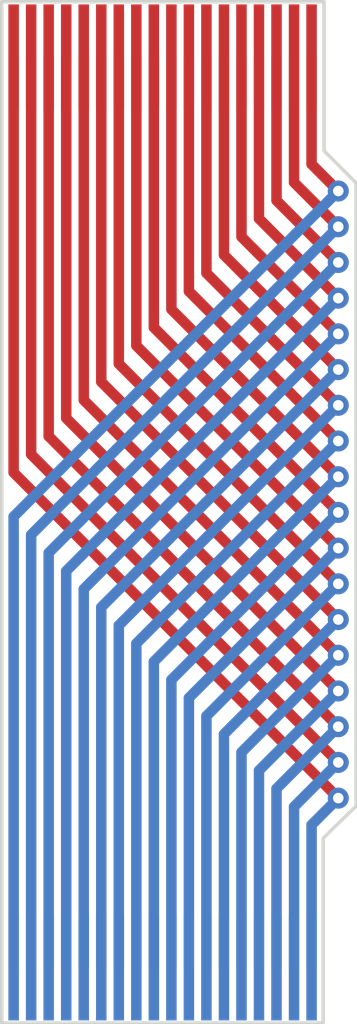
<source format=kicad_pcb>
(kicad_pcb (version 20240108) (generator "pcbnew") (generator_version "8.0")
  (layers (0 "F.Cu" signal) (31 "B.Cu" signal) (34 "B.Paste" user) (35 "F.Paste" user) (36 "B.SilkS" user "B.Silkscreen") (37 "F.SilkS" user "F.Silkscreen") (38 "B.Mask" user) (39 "F.Mask" user) (44 "Edge.Cuts" user))
  (net 0 "")
  (net 1 "GND")
  (net 2 "Net-(J1-Pin_2)")
  (net 3 "Net-(J1-Pin_13)")
  (net 4 "Net-(J1-Pin_10)")
  (net 5 "Net-(J1-Pin_17)")
  (net 6 "Net-(J1-Pin_12)")
  (net 7 "Net-(J1-Pin_16)")
  (net 8 "Net-(J1-Pin_9)")
  (net 9 "Net-(J1-Pin_15)")
  (net 10 "Net-(J1-Pin_4)")
  (net 11 "Net-(J1-Pin_1)")
  (net 12 "Net-(J1-Pin_3)")
  (net 13 "Net-(J1-Pin_14)")
  (footprint "Library:FPC-edge" (layer "F.Cu") (at 142.066 92.329)
    (property "Reference" "J2" (hide yes))
    (property "Value" "Conn_01x18_Pin" (hide yes))
    (pad "1" smd rect (at -4.516 -3.175) (size 0.3 3) (layers "F.Cu" "F.Paste" "F.Mask") (net 1 "GND"))
    (pad "2" smd rect (at -4.016 -3.175) (size 0.3 3) (layers "F.Cu" "F.Paste" "F.Mask") (net 5 "Net-(J1-Pin_17)"))
    (pad "3" smd rect (at -3.516 -3.175) (size 0.3 3) (layers "F.Cu" "F.Paste" "F.Mask") (net 7 "Net-(J1-Pin_16)"))
    (pad "4" smd rect (at -3.016 -3.175) (size 0.3 3) (layers "F.Cu" "F.Paste" "F.Mask") (net 9 "Net-(J1-Pin_15)"))
    (pad "5" smd rect (at -2.516 -3.175) (size 0.3 3) (layers "F.Cu" "F.Paste" "F.Mask") (net 13 "Net-(J1-Pin_14)"))
    (pad "6" smd rect (at -2.016 -3.175) (size 0.3 3) (layers "F.Cu" "F.Paste" "F.Mask") (net 3 "Net-(J1-Pin_13)"))
    (pad "7" smd rect (at -1.516 -3.175) (size 0.3 3) (layers "F.Cu" "F.Paste" "F.Mask") (net 6 "Net-(J1-Pin_12)"))
    (pad "8" smd rect (at -1.016 -3.175) (size 0.3 3) (layers "F.Cu" "F.Paste" "F.Mask") (net 1 "GND"))
    (pad "9" smd rect (at -0.516 -3.175) (size 0.3 3) (layers "F.Cu" "F.Paste" "F.Mask") (net 4 "Net-(J1-Pin_10)"))
    (pad "10" smd rect (at -0.016 -3.175) (size 0.3 3) (layers "F.Cu" "F.Paste" "F.Mask") (net 8 "Net-(J1-Pin_9)"))
    (pad "11" smd rect (at 0.484 -3.175) (size 0.3 3) (layers "F.Cu" "F.Paste" "F.Mask") (net 1 "GND"))
    (pad "12" smd rect (at 0.984 -3.175) (size 0.3 3) (layers "F.Cu" "F.Paste" "F.Mask") (net 1 "GND"))
    (pad "13" smd rect (at 1.484 -3.175) (size 0.3 3) (layers "F.Cu" "F.Paste" "F.Mask") (net 1 "GND"))
    (pad "14" smd rect (at 1.984 -3.175) (size 0.3 3) (layers "F.Cu" "F.Paste" "F.Mask") (net 1 "GND"))
    (pad "15" smd rect (at 2.484 -3.175) (size 0.3 3) (layers "F.Cu" "F.Paste" "F.Mask") (net 10 "Net-(J1-Pin_4)"))
    (pad "16" smd rect (at 2.984 -3.175) (size 0.3 3) (layers "F.Cu" "F.Paste" "F.Mask") (net 12 "Net-(J1-Pin_3)"))
    (pad "17" smd rect (at 3.484 -3.175) (size 0.3 3) (layers "F.Cu" "F.Paste" "F.Mask") (net 2 "Net-(J1-Pin_2)"))
    (pad "18" smd rect (at 3.984 -3.175) (size 0.3 3) (layers "F.Cu" "F.Paste" "F.Mask") (net 11 "Net-(J1-Pin_1)"))
  )
  (footprint "Library:FPC-edge" (layer "B.Cu") (at 142.066 111.887)
    (property "Reference" "J1" (hide yes))
    (property "Value" "Conn_01x18_Pin" (hide yes))
    (pad "1" smd rect (at -4.516 3.175) (size 0.3 3) (layers "B.Cu" "B.Paste" "B.Mask") (net 11 "Net-(J1-Pin_1)"))
    (pad "2" smd rect (at -4.016 3.175) (size 0.3 3) (layers "B.Cu" "B.Paste" "B.Mask") (net 2 "Net-(J1-Pin_2)"))
    (pad "3" smd rect (at -3.516 3.175) (size 0.3 3) (layers "B.Cu" "B.Paste" "B.Mask") (net 12 "Net-(J1-Pin_3)"))
    (pad "4" smd rect (at -3.016 3.175) (size 0.3 3) (layers "B.Cu" "B.Paste" "B.Mask") (net 10 "Net-(J1-Pin_4)"))
    (pad "5" smd rect (at -2.516 3.175) (size 0.3 3) (layers "B.Cu" "B.Paste" "B.Mask") (net 1 "GND"))
    (pad "6" smd rect (at -2.016 3.175) (size 0.3 3) (layers "B.Cu" "B.Paste" "B.Mask") (net 1 "GND"))
    (pad "7" smd rect (at -1.516 3.175) (size 0.3 3) (layers "B.Cu" "B.Paste" "B.Mask") (net 1 "GND"))
    (pad "8" smd rect (at -1.016 3.175) (size 0.3 3) (layers "B.Cu" "B.Paste" "B.Mask") (net 1 "GND"))
    (pad "9" smd rect (at -0.516 3.175) (size 0.3 3) (layers "B.Cu" "B.Paste" "B.Mask") (net 8 "Net-(J1-Pin_9)"))
    (pad "10" smd rect (at -0.016 3.175) (size 0.3 3) (layers "B.Cu" "B.Paste" "B.Mask") (net 4 "Net-(J1-Pin_10)"))
    (pad "11" smd rect (at 0.484 3.175) (size 0.3 3) (layers "B.Cu" "B.Paste" "B.Mask") (net 1 "GND"))
    (pad "12" smd rect (at 0.984 3.175) (size 0.3 3) (layers "B.Cu" "B.Paste" "B.Mask") (net 6 "Net-(J1-Pin_12)"))
    (pad "13" smd rect (at 1.484 3.175) (size 0.3 3) (layers "B.Cu" "B.Paste" "B.Mask") (net 3 "Net-(J1-Pin_13)"))
    (pad "14" smd rect (at 1.984 3.175) (size 0.3 3) (layers "B.Cu" "B.Paste" "B.Mask") (net 13 "Net-(J1-Pin_14)"))
    (pad "15" smd rect (at 2.484 3.175) (size 0.3 3) (layers "B.Cu" "B.Paste" "B.Mask") (net 9 "Net-(J1-Pin_15)"))
    (pad "16" smd rect (at 2.984 3.175) (size 0.3 3) (layers "B.Cu" "B.Paste" "B.Mask") (net 7 "Net-(J1-Pin_16)"))
    (pad "17" smd rect (at 3.484 3.175) (size 0.3 3) (layers "B.Cu" "B.Paste" "B.Mask") (net 5 "Net-(J1-Pin_17)"))
    (pad "18" smd rect (at 3.984 3.175) (size 0.3 3) (layers "B.Cu" "B.Paste" "B.Mask") (net 1 "GND"))
  )
  (gr_line (start 146.3802 116.6368) (end 146.3802 111.379) (stroke (width 0.1)) (layer "Edge.Cuts"))
  (gr_line (start 147.32 110.4646) (end 147.32 92.7354) (stroke (width 0.1)) (layer "Edge.Cuts"))
  (gr_line (start 146.4056 91.821) (end 146.4056 87.5792) (stroke (width 0.1)) (layer "Edge.Cuts"))
  (gr_line (start 147.32 92.7354) (end 146.4056 91.821) (stroke (width 0.1)) (layer "Edge.Cuts"))
  (gr_line (start 146.4056 87.5792) (end 137.2108 87.5792) (stroke (width 0.1)) (layer "Edge.Cuts"))
  (gr_line (start 137.2108 87.5792) (end 137.2108 116.6368) (stroke (width 0.1)) (layer "Edge.Cuts"))
  (gr_line (start 137.2108 116.6368) (end 146.3802 116.6368) (stroke (width 0.1)) (layer "Edge.Cuts"))
  (gr_line (start 146.3802 111.379) (end 147.32 110.4646) (stroke (width 0.1)) (layer "Edge.Cuts"))
  (segment (start 141.05 89.154) (end 141.05 97.362) (width 0.3) (layer "F.Cu") (net 1))
  (segment (start 142.55 95.814) (end 146.812 100.076) (width 0.3) (layer "F.Cu") (net 1))
  (segment (start 143.55 89.154) (end 143.55 94.782) (width 0.3) (layer "F.Cu") (net 1))
  (segment (start 144.05 89.154) (end 144.05 94.266) (width 0.3) (layer "F.Cu") (net 1))
  (segment (start 143.05 95.298) (end 146.812 99.06) (width 0.3) (layer "F.Cu") (net 1))
  (segment (start 143.55 94.782) (end 146.812 98.044) (width 0.3) (layer "F.Cu") (net 1))
  (segment (start 144.05 94.266) (end 146.812 97.028) (width 0.3) (layer "F.Cu") (net 1))
  (segment (start 137.55 89.154) (end 137.55 100.974) (width 0.3) (layer "F.Cu") (net 1))
  (segment (start 142.55 89.154) (end 142.55 95.814) (width 0.3) (layer "F.Cu") (net 1))
  (segment (start 141.05 97.362) (end 146.812 103.124) (width 0.3) (layer "F.Cu") (net 1))
  (segment (start 137.55 100.974) (end 146.812 110.236) (width 0.3) (layer "F.Cu") (net 1))
  (segment (start 143.05 89.154) (end 143.05 95.298) (width 0.3) (layer "F.Cu") (net 1))
  (via (at 146.812 103.124) (size 0.6) (drill 0.3) (layers "F.Cu" "B.Cu") (net 1))
  (via (at 146.812 98.044) (size 0.6) (drill 0.3) (layers "F.Cu" "B.Cu") (net 1))
  (via (at 146.812 100.076) (size 0.6) (drill 0.3) (layers "F.Cu" "B.Cu") (net 1))
  (via (at 146.812 97.028) (size 0.6) (drill 0.3) (layers "F.Cu" "B.Cu") (net 1))
  (via (at 146.812 110.236) (size 0.6) (drill 0.3) (layers "F.Cu" "B.Cu") (net 1))
  (via (at 146.812 99.06) (size 0.6) (drill 0.3) (layers "F.Cu" "B.Cu") (net 1))
  (segment (start 140.55 105.322) (end 140.55 115.062) (width 0.3) (layer "B.Cu") (net 1))
  (segment (start 142.55 107.386) (end 142.55 115.062) (width 0.3) (layer "B.Cu") (net 1))
  (segment (start 146.812 97.028) (end 139.55 104.29) (width 0.3) (layer "B.Cu") (net 1))
  (segment (start 146.812 98.044) (end 140.05 104.806) (width 0.3) (layer "B.Cu") (net 1))
  (segment (start 146.812 99.06) (end 140.55 105.322) (width 0.3) (layer "B.Cu") (net 1))
  (segment (start 139.55 104.29) (end 139.55 115.062) (width 0.3) (layer "B.Cu") (net 1))
  (segment (start 146.05 110.998) (end 146.05 115.062) (width 0.3) (layer "B.Cu") (net 1))
  (segment (start 146.812 103.124) (end 142.55 107.386) (width 0.3) (layer "B.Cu") (net 1))
  (segment (start 141.05 105.838) (end 141.05 115.062) (width 0.3) (layer "B.Cu") (net 1))
  (segment (start 140.05 104.806) (end 140.05 115.062) (width 0.3) (layer "B.Cu") (net 1))
  (segment (start 146.812 110.236) (end 146.05 110.998) (width 0.3) (layer "B.Cu") (net 1))
  (segment (start 146.812 100.076) (end 141.05 105.838) (width 0.3) (layer "B.Cu") (net 1))
  (segment (start 145.55 89.154) (end 145.55 92.718) (width 0.3) (layer "F.Cu") (net 2))
  (segment (start 145.55 92.718) (end 146.812 93.98) (width 0.3) (layer "F.Cu") (net 2))
  (via (at 146.812 93.98) (size 0.6) (drill 0.3) (layers "F.Cu" "B.Cu") (net 2))
  (segment (start 146.812 93.98) (end 138.05 102.742) (width 0.3) (layer "B.Cu") (net 2))
  (segment (start 138.05 102.742) (end 138.05 115.062) (width 0.3) (layer "B.Cu") (net 2))
  (segment (start 140.05 89.154) (end 140.05 98.394) (width 0.3) (layer "F.Cu") (net 3))
  (segment (start 140.05 98.394) (end 146.812 105.156) (width 0.3) (layer "F.Cu") (net 3))
  (via (at 146.812 105.156) (size 0.6) (drill 0.3) (layers "F.Cu" "B.Cu") (net 3))
  (segment (start 146.812 105.156) (end 143.55 108.418) (width 0.3) (layer "B.Cu") (net 3))
  (segment (start 143.55 108.418) (end 143.55 115.062) (width 0.3) (layer "B.Cu") (net 3))
  (segment (start 141.55 89.154) (end 141.55 96.846) (width 0.3) (layer "F.Cu") (net 4))
  (segment (start 141.55 96.846) (end 146.812 102.108) (width 0.3) (layer "F.Cu") (net 4))
  (via (at 146.812 102.108) (size 0.6) (drill 0.3) (layers "F.Cu" "B.Cu") (net 4))
  (segment (start 146.812 102.108) (end 142.05 106.87) (width 0.3) (layer "B.Cu") (net 4))
  (segment (start 142.05 106.87) (end 142.05 115.062) (width 0.3) (layer "B.Cu") (net 4))
  (segment (start 138.05 100.458) (end 146.812 109.22) (width 0.3) (layer "F.Cu") (net 5))
  (segment (start 138.05 89.154) (end 138.05 100.458) (width 0.3) (layer "F.Cu") (net 5))
  (via (at 146.812 109.22) (size 0.6) (drill 0.3) (layers "F.Cu" "B.Cu") (net 5))
  (segment (start 146.812 109.22) (end 145.55 110.482) (width 0.3) (layer "B.Cu") (net 5))
  (segment (start 145.55 110.482) (end 145.55 115.062) (width 0.3) (layer "B.Cu") (net 5))
  (segment (start 140.55 97.878) (end 146.812 104.14) (width 0.3) (layer "F.Cu") (net 6))
  (segment (start 140.55 89.154) (end 140.55 97.878) (width 0.3) (layer "F.Cu") (net 6))
  (via (at 146.812 104.14) (size 0.6) (drill 0.3) (layers "F.Cu" "B.Cu") (net 6))
  (segment (start 146.812 104.14) (end 143.05 107.902) (width 0.3) (layer "B.Cu") (net 6))
  (segment (start 143.05 107.902) (end 143.05 115.062) (width 0.3) (layer "B.Cu") (net 6))
  (segment (start 138.55 99.942) (end 146.812 108.204) (width 0.3) (layer "F.Cu") (net 7))
  (segment (start 138.55 89.154) (end 138.55 99.942) (width 0.3) (layer "F.Cu") (net 7))
  (via (at 146.812 108.204) (size 0.6) (drill 0.3) (layers "F.Cu" "B.Cu") (net 7))
  (segment (start 146.812 108.204) (end 145.05 109.966) (width 0.3) (layer "B.Cu") (net 7))
  (segment (start 145.05 109.966) (end 145.05 115.062) (width 0.3) (layer "B.Cu") (net 7))
  (segment (start 142.05 96.33) (end 146.812 101.092) (width 0.3) (layer "F.Cu") (net 8))
  (segment (start 142.05 89.154) (end 142.05 96.33) (width 0.3) (layer "F.Cu") (net 8))
  (via (at 146.812 101.092) (size 0.6) (drill 0.3) (layers "F.Cu" "B.Cu") (net 8))
  (segment (start 141.55 106.354) (end 141.55 115.062) (width 0.3) (layer "B.Cu") (net 8))
  (segment (start 146.812 101.092) (end 141.55 106.354) (width 0.3) (layer "B.Cu") (net 8))
  (segment (start 139.05 99.426) (end 146.812 107.188) (width 0.3) (layer "F.Cu") (net 9))
  (segment (start 139.05 89.154) (end 139.05 99.426) (width 0.3) (layer "F.Cu") (net 9))
  (via (at 146.812 107.188) (size 0.6) (drill 0.3) (layers "F.Cu" "B.Cu") (net 9))
  (segment (start 146.812 107.188) (end 144.55 109.45) (width 0.3) (layer "B.Cu") (net 9))
  (segment (start 144.55 109.45) (end 144.55 115.062) (width 0.3) (layer "B.Cu") (net 9))
  (segment (start 144.55 93.75) (end 146.812 96.012) (width 0.3) (layer "F.Cu") (net 10))
  (segment (start 144.55 89.154) (end 144.55 93.75) (width 0.3) (layer "F.Cu") (net 10))
  (via (at 146.812 96.012) (size 0.6) (drill 0.3) (layers "F.Cu" "B.Cu") (net 10))
  (segment (start 139.05 103.774) (end 139.05 115.062) (width 0.3) (layer "B.Cu") (net 10))
  (segment (start 146.812 96.012) (end 139.05 103.774) (width 0.3) (layer "B.Cu") (net 10))
  (segment (start 146.05 89.154) (end 146.05 92.202) (width 0.3) (layer "F.Cu") (net 11))
  (segment (start 146.05 92.202) (end 146.812 92.964) (width 0.3) (layer "F.Cu") (net 11))
  (via (at 146.812 92.964) (size 0.6) (drill 0.3) (layers "F.Cu" "B.Cu") (net 11))
  (segment (start 137.55 102.226) (end 137.55 115.062) (width 0.3) (layer "B.Cu") (net 11))
  (segment (start 146.812 92.964) (end 137.55 102.226) (width 0.3) (layer "B.Cu") (net 11))
  (segment (start 145.05 89.154) (end 145.05 93.234) (width 0.3) (layer "F.Cu") (net 12))
  (segment (start 145.05 93.234) (end 146.812 94.996) (width 0.3) (layer "F.Cu") (net 12))
  (via (at 146.812 94.996) (size 0.6) (drill 0.3) (layers "F.Cu" "B.Cu") (net 12))
  (segment (start 138.55 103.258) (end 138.55 115.062) (width 0.3) (layer "B.Cu") (net 12))
  (segment (start 146.812 94.996) (end 138.55 103.258) (width 0.3) (layer "B.Cu") (net 12))
  (segment (start 139.55 89.154) (end 139.55 98.91) (width 0.3) (layer "F.Cu") (net 13))
  (segment (start 139.55 98.91) (end 146.812 106.172) (width 0.3) (layer "F.Cu") (net 13))
  (via (at 146.812 106.172) (size 0.6) (drill 0.3) (layers "F.Cu" "B.Cu") (net 13))
  (segment (start 144.05 108.934) (end 144.05 115.062) (width 0.3) (layer "B.Cu") (net 13))
  (segment (start 146.812 106.172) (end 144.05 108.934) (width 0.3) (layer "B.Cu") (net 13))
)
</source>
